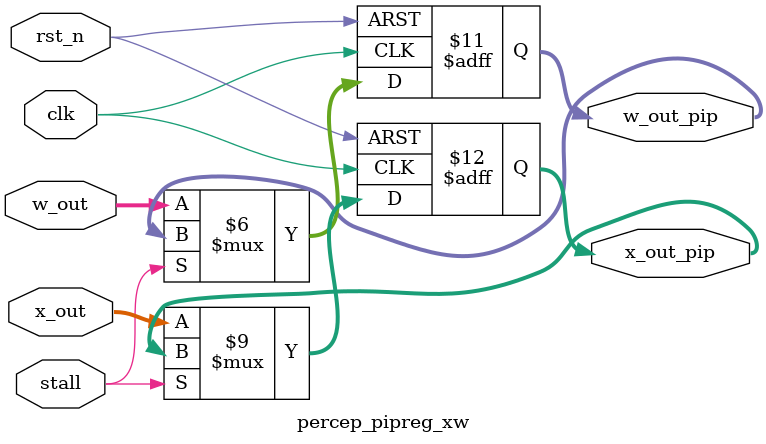
<source format=v>
/**************************************************************
 * Module name: percep_pipreg_xw
 *
 * Features:
 *	1. Pipeline register for x_out and w_out
 *
 * Descriptions:
 *	1. Not sure need to do stalling or not ???
 *
 * Author: Jason Wu, master's student, NTHU
 *
 * ***********************************************************/


module percep_pipreg_xw #(
    parameter FP_WIDTH      = 16                            // width of fp data
)(
    clk,
    rst_n,
    stall,
    w_out,
    x_out,
    w_out_pip,
    x_out_pip
    );
    
    input                           clk;                        // clock
    input                           rst_n;                      // asynchronous active low reset
    input                           stall;                      // control pipeline to stall one cycle
    input       [FP_WIDTH-1:0]      x_out;                      // x_out before pipeline
    input       [FP_WIDTH-1:0]      w_out;                      // w_out before pipeline
    output  reg [FP_WIDTH-1:0]      x_out_pip;                  // x_out after pipeline
    output  reg [FP_WIDTH-1:0]      w_out_pip;                  // w_out after pipeline
    
    
    // -------------------------------------------------------------------------------------------------------------------------------------------------------------
    // pipeline assignment
    always @(posedge clk, negedge rst_n) begin
        if (~rst_n)     x_out_pip <= 0;
        else if (stall) x_out_pip <= x_out_pip;
        else            x_out_pip <= x_out;
    end
    
    always @(posedge clk, negedge rst_n) begin
        if (~rst_n)     w_out_pip <= 0;
        else if (stall) w_out_pip <= w_out_pip;
        else            w_out_pip <= w_out;
    end
    
    
endmodule

</source>
